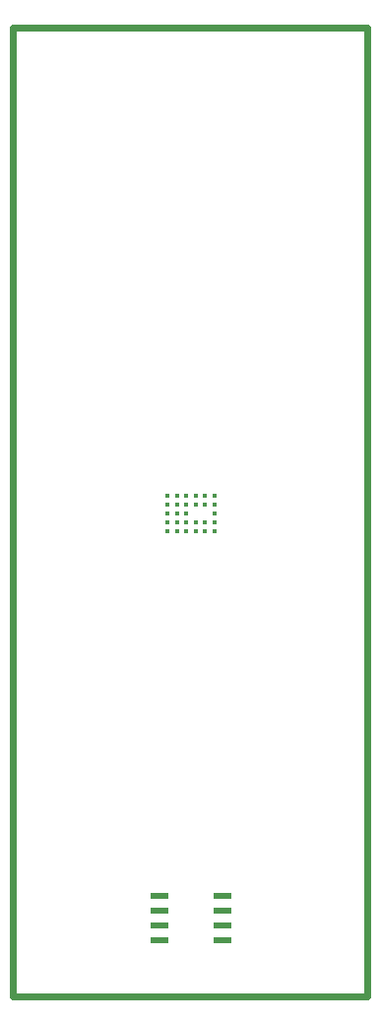
<source format=gtp>
G75*
G70*
%OFA0B0*%
%FSLAX24Y24*%
%IPPOS*%
%LPD*%
%AMOC8*
5,1,8,0,0,1.08239X$1,22.5*
%
%ADD10C,0.0240*%
%ADD11C,0.0150*%
%ADD12R,0.0610X0.0236*%
D10*
X000284Y000380D02*
X000284Y033135D01*
X012292Y033135D01*
X012292Y000380D01*
X000284Y000380D01*
D11*
X005535Y016105D03*
X005535Y016400D03*
X005535Y016695D03*
X005535Y016991D03*
X005535Y017286D03*
X005850Y017286D03*
X005850Y016991D03*
X005850Y016695D03*
X005850Y016400D03*
X005850Y016105D03*
X006165Y016105D03*
X006165Y016400D03*
X006165Y016695D03*
X006165Y016991D03*
X006165Y017286D03*
X006480Y017286D03*
X006480Y016991D03*
X006480Y016400D03*
X006480Y016105D03*
X006795Y016105D03*
X006795Y016400D03*
X006795Y016991D03*
X006795Y017286D03*
X007110Y017286D03*
X007110Y016991D03*
X007110Y016695D03*
X007110Y016400D03*
X007110Y016105D03*
D12*
X007378Y003767D03*
X007378Y003267D03*
X007378Y002767D03*
X007378Y002267D03*
X005252Y002267D03*
X005252Y002767D03*
X005252Y003267D03*
X005252Y003767D03*
M02*

</source>
